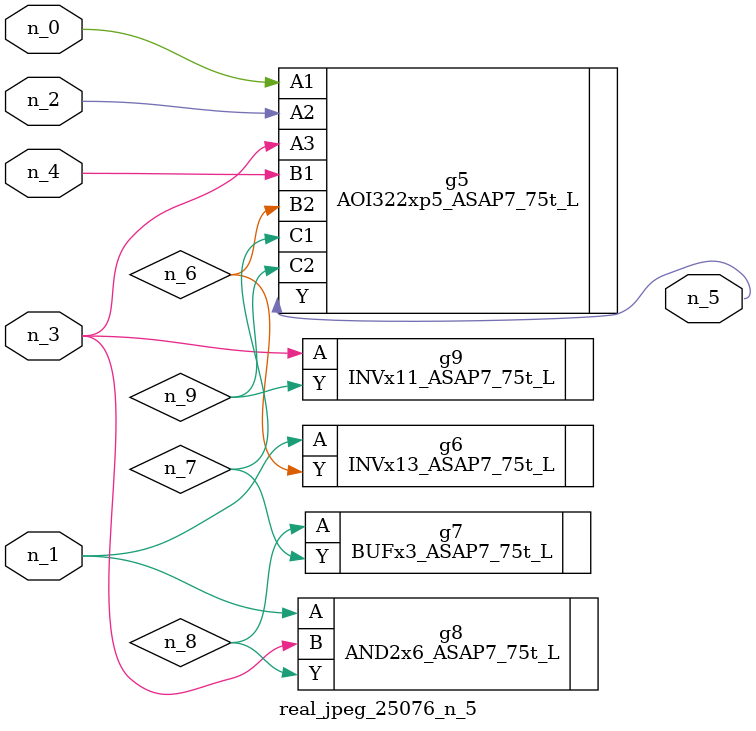
<source format=v>
module real_jpeg_25076_n_5 (n_4, n_0, n_1, n_2, n_3, n_5);

input n_4;
input n_0;
input n_1;
input n_2;
input n_3;

output n_5;

wire n_8;
wire n_6;
wire n_7;
wire n_9;

AOI322xp5_ASAP7_75t_L g5 ( 
.A1(n_0),
.A2(n_2),
.A3(n_3),
.B1(n_4),
.B2(n_6),
.C1(n_7),
.C2(n_9),
.Y(n_5)
);

INVx13_ASAP7_75t_L g6 ( 
.A(n_1),
.Y(n_6)
);

AND2x6_ASAP7_75t_L g8 ( 
.A(n_1),
.B(n_3),
.Y(n_8)
);

INVx11_ASAP7_75t_L g9 ( 
.A(n_3),
.Y(n_9)
);

BUFx3_ASAP7_75t_L g7 ( 
.A(n_8),
.Y(n_7)
);


endmodule
</source>
